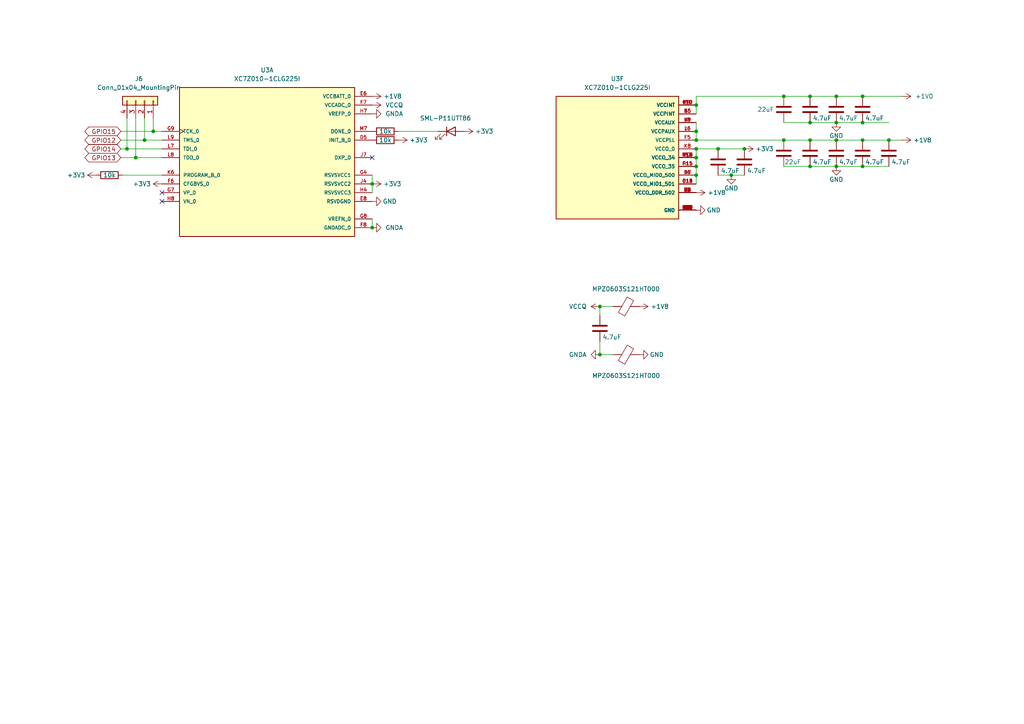
<source format=kicad_sch>
(kicad_sch (version 20231120) (generator "eeschema") (generator_version "8.0")
  (paper "A4")
  (lib_symbols
    (symbol "Connector_Generic_MountingPin:Conn_01x04_MountingPin" (pin_names (offset 1.016) hide)
      (property "Reference" "J6" (at 6.35 -1.6256 90))
      (property "Value" "Conn_01x04_MountingPin" (at 3.81 -1.6256 90))
      (symbol "Conn_01x04_MountingPin_1_1"
        (rectangle (start -1.27 -4.953) (end 0 -5.207) (stroke (width 0.1524)))
        (rectangle (start -1.27 -2.413) (end 0 -2.667) (stroke (width 0.1524)))
        (rectangle (start -1.27 0.127) (end 0 -0.127) (stroke (width 0.1524)))
        (rectangle (start -1.27 2.667) (end 0 2.413) (stroke (width 0.1524)))
        (rectangle (start -1.27 3.81) (end 1.27 -6.35) (stroke (width 0.254)) (fill (type background)))
        (pin passive line (at -5.08 2.54 0) (length 3.81) (name "Pin_1") (number "1"))
        (pin passive line (at -5.08 0 0) (length 3.81) (name "Pin_2") (number "2"))
        (pin passive line (at -5.08 -2.54 0) (length 3.81) (name "Pin_3") (number "3"))
        (pin passive line (at -5.08 -5.08 0) (length 3.81) (name "Pin_4") (number "4"))
      )
    )
    (symbol "Device:C" (pin_numbers hide) (pin_names (offset 0.254))
      (property "Reference" "C" (at 0.635 2.54 0))
      (property "Value" "C" (at 0.635 -2.54 0))
      (symbol "C_0_1"
        (polyline (pts (xy -2.032 -0.762) (xy 2.032 -0.762)) (stroke (width 0.508)))
        (polyline (pts (xy -2.032 0.762) (xy 2.032 0.762)) (stroke (width 0.508)))
      )
      (symbol "C_1_1"
        (pin passive line (at 0 3.81 270) (length 2.794) (name "~") (number "1"))
        (pin passive line (at 0 -3.81 90) (length 2.794) (name "~") (number "2"))
      )
    )
    (symbol "Device:FerriteBead" (pin_numbers hide) (pin_names (offset 0))
      (property "Reference" "FB" (at -3.81 0.635 90))
      (property "Value" "FerriteBead" (at 3.81 0 90))
      (symbol "FerriteBead_0_1"
        (polyline (pts (xy 0 -1.27) (xy 0 -1.2192)))
        (polyline (pts (xy 0 1.27) (xy 0 1.2954)))
        (polyline (pts (xy -2.7686 0.4064) (xy -1.7018 2.2606) (xy 2.7686 -0.3048) (xy 1.6764 -2.159) (xy -2.7686 0.4064)))
      )
      (symbol "FerriteBead_1_1"
        (pin passive line (at 0 3.81 270) (length 2.54) (name "~") (number "1"))
        (pin passive line (at 0 -3.81 90) (length 2.54) (name "~") (number "2"))
      )
    )
    (symbol "Device:LED" (pin_numbers hide) (pin_names (offset 1.016) hide)
      (property "Reference" "D" (at 0 2.54 0))
      (property "Value" "LED" (at 0 -2.54 0))
      (symbol "LED_0_1"
        (polyline (pts (xy -1.27 -1.27) (xy -1.27 1.27)) (stroke (width 0.254)))
        (polyline (pts (xy -1.27 0) (xy 1.27 0)))
        (polyline (pts (xy 1.27 -1.27) (xy 1.27 1.27) (xy -1.27 0) (xy 1.27 -1.27)) (stroke (width 0.254)))
        (polyline (pts (xy -3.048 -0.762) (xy -4.572 -2.286) (xy -3.81 -2.286) (xy -4.572 -2.286) (xy -4.572 -1.524)))
        (polyline (pts (xy -1.778 -0.762) (xy -3.302 -2.286) (xy -2.54 -2.286) (xy -3.302 -2.286) (xy -3.302 -1.524)))
      )
      (symbol "LED_1_1"
        (pin passive line (at -3.81 0 0) (length 2.54) (name "K") (number "1"))
        (pin passive line (at 3.81 0 180) (length 2.54) (name "A") (number "2"))
      )
    )
    (symbol "Device:R" (pin_numbers hide) (pin_names (offset 0))
      (property "Reference" "R" (at 2.032 0 90))
      (property "Value" "R" (at 0 0 90))
      (symbol "R_0_1"
        (rectangle (start -1.016 -2.54) (end 1.016 2.54) (stroke (width 0.254)))
      )
      (symbol "R_1_1"
        (pin passive line (at 0 3.81 270) (length 1.27) (name "~") (number "1"))
        (pin passive line (at 0 -3.81 90) (length 1.27) (name "~") (number "2"))
      )
    )
    (symbol "ESP32-PRO_Rev_B1:GND" (power) (pin_names (offset 0))
      (property "Value" "GND" (at 0 -3.81 0))
      (symbol "GND_0_1"
        (polyline (pts (xy 0 0) (xy 0 -1.27) (xy 1.27 -1.27) (xy 0 -2.54) (xy -1.27 -1.27) (xy 0 -1.27)))
      )
      (symbol "GND_1_1"
        (pin power_in line (at 0 0 270) (length 0) hide (name "GND") (number "1"))
      )
    )
    (symbol "Personal:XC7Z010-1CLG225I" (pin_names (offset 1.016))
      (property "Reference" "U" (at -25.5456 24.8201 0))
      (property "Value" "XC7Z010-1CLG225I" (at -25.5473 -24.1252 0))
      (symbol "XC7Z010-1CLG225I_1_0"
        (rectangle (start -25.4 -20.32) (end 25.4 22.86) (stroke (width 0.254)) (fill (type background)))
        (pin bidirectional line (at 30.48 7.62 180) (length 5.08) (name "INIT_B_0") (number "D5"))
        (pin power_in line (at 30.48 20.32 180) (length 5.08) (name "VCCBATT_0") (number "E6"))
        (pin passive line (at 30.48 -10.16 180) (length 5.08) (name "RSVDGND") (number "E8"))
        (pin input line (at -30.48 -5.08 0) (length 5.08) (name "CFGBVS_0") (number "F6"))
        (pin power_in line (at 30.48 17.78 180) (length 5.08) (name "VCCADC_0") (number "F7"))
        (pin power_in line (at 30.48 -17.78 180) (length 5.08) (name "GNDADC_0") (number "F8"))
        (pin passive line (at 30.48 -2.54 180) (length 5.08) (name "RSVSVCC1") (number "G4"))
        (pin input line (at -30.48 -7.62 0) (length 5.08) (name "VP_0") (number "G7"))
        (pin power_in line (at 30.48 -15.24 180) (length 5.08) (name "VREFN_0") (number "G8"))
        (pin input clock (at -30.48 10.16 0) (length 5.08) (name "TCK_0") (number "G9"))
        (pin passive line (at 30.48 -7.62 180) (length 5.08) (name "RSVSVCC3") (number "H4"))
        (pin power_in line (at 30.48 15.24 180) (length 5.08) (name "VREFP_0") (number "H7"))
        (pin input line (at -30.48 -10.16 0) (length 5.08) (name "VN_0") (number "H8"))
        (pin passive line (at 30.48 -5.08 180) (length 5.08) (name "RSVSVCC2") (number "J4"))
        (pin output line (at 30.48 2.54 180) (length 5.08) (name "DXP_0") (number "J7"))
        (pin input line (at -30.48 -2.54 0) (length 5.08) (name "PROGRAM_B_0") (number "K6"))
        (pin input line (at -30.48 5.08 0) (length 5.08) (name "TDI_0") (number "L7"))
        (pin output line (at -30.48 2.54 0) (length 5.08) (name "TDO_0") (number "L8"))
        (pin input line (at -30.48 7.62 0) (length 5.08) (name "TMS_0") (number "L9"))
        (pin bidirectional line (at 30.48 10.16 180) (length 5.08) (name "DONE_0") (number "M7"))
      )
      (symbol "XC7Z010-1CLG225I_2_0"
        (rectangle (start -27.94 -30.48) (end 27.94 33.02) (stroke (width 0.254)) (fill (type background)))
        (pin bidirectional line (at -33.02 30.48 0) (length 5.08) (name "IO_L1P_T0_34") (number "G11"))
        (pin bidirectional line (at -33.02 25.4 0) (length 5.08) (name "IO_L2P_T0_34") (number "G12"))
        (pin bidirectional line (at -33.02 20.32 0) (length 5.08) (name "IO_L3P_T0_DQS_PUDC_B_34") (number "G14"))
        (pin bidirectional line (at -33.02 5.08 0) (length 5.08) (name "IO_L6P_T0_34") (number "H11"))
        (pin bidirectional line (at -33.02 27.94 0) (length 5.08) (name "IO_L1N_T0_34") (number "H12"))
        (pin bidirectional line (at -33.02 22.86 0) (length 5.08) (name "IO_L2N_T0_34") (number "H13"))
        (pin bidirectional line (at -33.02 17.78 0) (length 5.08) (name "IO_L3N_T0_DQS_34") (number "H14"))
        (pin bidirectional line (at -33.02 2.54 0) (length 5.08) (name "IO_L6N_T0_VREF_34") (number "J11"))
        (pin bidirectional line (at -33.02 10.16 0) (length 5.08) (name "IO_L5P_T0_34") (number "J13"))
        (pin bidirectional line (at -33.02 7.62 0) (length 5.08) (name "IO_L5N_T0_34") (number "J14"))
        (pin bidirectional line (at -33.02 15.24 0) (length 5.08) (name "IO_L4P_T0_34") (number "J15"))
        (pin bidirectional line (at -33.02 -20.32 0) (length 5.08) (name "IO_L11P_T1_SRCC_34") (number "K11"))
        (pin bidirectional line (at -33.02 -22.86 0) (length 5.08) (name "IO_L11N_T1_SRCC_34") (number "K12"))
        (pin bidirectional line (at -33.02 -15.24 0) (length 5.08) (name "IO_L10P_T1_34") (number "K13"))
        (pin bidirectional line (at -33.02 12.7 0) (length 5.08) (name "IO_L4N_T0_34") (number "K15"))
        (pin bidirectional line (at -33.02 -25.4 0) (length 5.08) (name "IO_L12P_T1_MRCC_34") (number "L12"))
        (pin bidirectional line (at -33.02 -17.78 0) (length 5.08) (name "IO_L10N_T1_34") (number "L13"))
        (pin bidirectional line (at -33.02 -10.16 0) (length 5.08) (name "IO_L9P_T1_DQS_34") (number "L14"))
        (pin bidirectional line (at -33.02 -5.08 0) (length 5.08) (name "IO_L8P_T1_34") (number "L15"))
        (pin bidirectional line (at 33.02 -5.08 180) (length 5.08) (name "IO_L21P_T3_DQS_34") (number "M10"))
        (pin bidirectional line (at 33.02 -7.62 180) (length 5.08) (name "IO_L21N_T3_DQS_34") (number "M11"))
        (pin bidirectional line (at -33.02 -27.94 0) (length 5.08) (name "IO_L12N_T1_MRCC_34") (number "M12"))
        (pin bidirectional line (at -33.02 -12.7 0) (length 5.08) (name "IO_L9N_T1_DQS_34") (number "M14"))
        (pin bidirectional line (at -33.02 -7.62 0) (length 5.08) (name "IO_L8N_T1_34") (number "M15"))
        (pin bidirectional line (at 33.02 5.08 180) (length 5.08) (name "IO_L19P_T3_34") (number "M9"))
        (pin bidirectional line (at 33.02 30.48 180) (length 5.08) (name "IO_L13P_T2_MRCC_34") (number "N11"))
        (pin bidirectional line (at 33.02 27.94 180) (length 5.08) (name "IO_L13N_T2_MRCC_34") (number "N12"))
        (pin bidirectional line (at -33.02 0 0) (length 5.08) (name "IO_L7P_T1_34") (number "N13"))
        (pin bidirectional line (at -33.02 -2.54 0) (length 5.08) (name "IO_L7N_T1_34") (number "N14"))
        (pin bidirectional line (at 33.02 -10.16 180) (length 5.08) (name "IO_L22P_T3_34") (number "N7"))
        (pin bidirectional line (at 33.02 -12.7 180) (length 5.08) (name "IO_L22N_T3_34") (number "N8"))
        (pin bidirectional line (at 33.02 2.54 180) (length 5.08) (name "IO_L19N_T3_VREF_34") (number "N9"))
        (pin bidirectional line (at 33.02 -20.32 180) (length 5.08) (name "IO_L24P_T3_34") (number "P10"))
        (pin bidirectional line (at 33.02 20.32 180) (length 5.08) (name "IO_L16P_T2_34") (number "P11"))
        (pin bidirectional line (at 33.02 10.16 180) (length 5.08) (name "IO_L18P_T2_34") (number "P13"))
        (pin bidirectional line (at 33.02 7.62 180) (length 5.08) (name "IO_L18N_T2_34") (number "P14"))
        (pin bidirectional line (at 33.02 25.4 180) (length 5.08) (name "IO_L15P_T2_DQS_34") (number "P15"))
        (pin bidirectional line (at 33.02 -15.24 180) (length 5.08) (name "IO_L23P_T3_34") (number "P8"))
        (pin bidirectional line (at 33.02 -17.78 180) (length 5.08) (name "IO_L23N_T3_34") (number "P9"))
        (pin bidirectional line (at 33.02 -22.86 180) (length 5.08) (name "IO_L24N_T3_34") (number "R10"))
        (pin bidirectional line (at 33.02 17.78 180) (length 5.08) (name "IO_L16N_T2_34") (number "R11"))
        (pin bidirectional line (at 33.02 15.24 180) (length 5.08) (name "IO_L17P_T2_34") (number "R12"))
        (pin bidirectional line (at 33.02 12.7 180) (length 5.08) (name "IO_L17N_T2_34") (number "R13"))
        (pin bidirectional line (at 33.02 22.86 180) (length 5.08) (name "IO_L15N_T2_DQS_34") (number "R15"))
        (pin bidirectional line (at 33.02 0 180) (length 5.08) (name "IO_L20P_T3_34") (number "R7"))
        (pin bidirectional line (at 33.02 -2.54 180) (length 5.08) (name "IO_L20N_T3_34") (number "R8"))
      )
      (symbol "XC7Z010-1CLG225I_3_0"
        (rectangle (start -22.86 -10.16) (end 22.86 12.7) (stroke (width 0.254)) (fill (type background)))
        (pin bidirectional line (at -27.94 5.08 0) (length 5.08) (name "IO_L2P_T0_AD8P_35") (number "E11"))
        (pin bidirectional line (at -27.94 2.54 0) (length 5.08) (name "IO_L2N_T0_AD8N_35") (number "E12"))
        (pin bidirectional line (at -27.94 7.62 0) (length 5.08) (name "IO_L1N_T0_AD0N_35") (number "E13"))
        (pin bidirectional line (at -27.94 10.16 0) (length 5.08) (name "IO_L1P_T0_AD0P_35") (number "F12"))
        (pin bidirectional line (at -27.94 0 0) (length 5.08) (name "IO_L3P_T0_DQS_AD1P_35") (number "F13"))
        (pin bidirectional line (at -27.94 -2.54 0) (length 5.08) (name "IO_L3N_T0_DQS_AD1N_35") (number "F14"))
        (pin bidirectional line (at -27.94 -7.62 0) (length 5.08) (name "IO_L5N_T0_AD9N_35") (number "F15"))
        (pin bidirectional line (at -27.94 -5.08 0) (length 5.08) (name "IO_L5P_T0_AD9P_35") (number "G15"))
      )
      (symbol "XC7Z010-1CLG225I_4_0"
        (rectangle (start -22.86 -25.4) (end 22.86 25.4) (stroke (width 0.254)) (fill (type background)))
        (pin bidirectional line (at -27.94 0 0) (length 5.08) (name "PS_MIO6_500") (number "A10"))
        (pin bidirectional line (at 27.94 -20.32 180) (length 5.08) (name "PS_MIO52_501") (number "A12"))
        (pin bidirectional line (at 27.94 -10.16 180) (length 5.08) (name "PS_MIO38_501") (number "A13"))
        (pin bidirectional line (at 27.94 -2.54 180) (length 5.08) (name "PS_MIO35_501") (number "A14"))
        (pin bidirectional line (at 27.94 15.24 180) (length 5.08) (name "PS_MIO28_501") (number "A15"))
        (pin bidirectional line (at -27.94 12.7 0) (length 5.08) (name "PS_MIO1_500") (number "A5"))
        (pin bidirectional line (at -27.94 7.62 0) (length 5.08) (name "PS_MIO3_500") (number "A7"))
        (pin bidirectional line (at -27.94 10.16 0) (length 5.08) (name "PS_MIO2_500") (number "A8"))
        (pin bidirectional line (at -27.94 2.54 0) (length 5.08) (name "PS_MIO5_500") (number "A9"))
        (pin bidirectional line (at -27.94 -12.7 0) (length 5.08) (name "PS_MIO11_500") (number "B10"))
        (pin input line (at 27.94 20.32 180) (length 5.08) (name "PS_SRST_B_501") (number "B11"))
        (pin bidirectional line (at 27.94 -15.24 180) (length 5.08) (name "PS_MIO48_501") (number "B12"))
        (pin bidirectional line (at 27.94 -5.08 180) (length 5.08) (name "PS_MIO36_501") (number "B14"))
        (pin bidirectional line (at 27.94 10.16 180) (length 5.08) (name "PS_MIO30_501") (number "B15"))
        (pin bidirectional line (at -27.94 -7.62 0) (length 5.08) (name "PS_MIO9_500") (number "B5"))
        (pin bidirectional line (at -27.94 -5.08 0) (length 5.08) (name "PS_MIO8_500") (number "B6"))
        (pin bidirectional line (at -27.94 -15.24 0) (length 5.08) (name "PS_MIO12_500") (number "B7"))
        (pin bidirectional line (at -27.94 -20.32 0) (length 5.08) (name "PS_MIO14_500") (number "B9"))
        (pin bidirectional line (at 27.94 2.54 180) (length 5.08) (name "PS_MIO33_501") (number "C11"))
        (pin bidirectional line (at 27.94 7.62 180) (length 5.08) (name "PS_MIO31_501") (number "C12"))
        (pin bidirectional line (at 27.94 -22.86 180) (length 5.08) (name "PS_MIO53_501") (number "C13"))
        (pin bidirectional line (at 27.94 -7.62 180) (length 5.08) (name "PS_MIO37_501") (number "C14"))
        (pin bidirectional line (at -27.94 -17.78 0) (length 5.08) (name "PS_MIO13_500") (number "C6"))
        (pin input clock (at -27.94 22.86 0) (length 5.08) (name "PS_CLK_500") (number "C7"))
        (pin bidirectional line (at -27.94 5.08 0) (length 5.08) (name "PS_MIO4_500") (number "C8"))
        (pin input line (at -27.94 20.32 0) (length 5.08) (name "PS_POR_B_500") (number "C9"))
        (pin bidirectional line (at -27.94 -22.86 0) (length 5.08) (name "PS_MIO15_500") (number "D10"))
        (pin bidirectional line (at 27.94 12.7 180) (length 5.08) (name "PS_MIO29_501") (number "D11"))
        (pin bidirectional line (at 27.94 -17.78 180) (length 5.08) (name "PS_MIO49_501") (number "D13"))
        (pin bidirectional line (at 27.94 -12.7 180) (length 5.08) (name "PS_MIO39_501") (number "D14"))
        (pin bidirectional line (at 27.94 0 180) (length 5.08) (name "PS_MIO34_501") (number "D15"))
        (pin bidirectional line (at -27.94 -10.16 0) (length 5.08) (name "PS_MIO10_500") (number "D6"))
        (pin bidirectional line (at -27.94 15.24 0) (length 5.08) (name "PS_MIO0_500") (number "D8"))
        (pin bidirectional line (at -27.94 -2.54 0) (length 5.08) (name "PS_MIO7_500") (number "D9"))
        (pin bidirectional line (at 27.94 5.08 180) (length 5.08) (name "PS_MIO32_501") (number "E15"))
      )
      (symbol "XC7Z010-1CLG225I_5_0"
        (rectangle (start -27.94 -43.18) (end 27.94 43.18) (stroke (width 0.254)) (fill (type background)))
        (pin bidirectional line (at -33.02 38.1 0) (length 5.08) (name "PS_DDR_DQ1_502") (number "A2"))
        (pin bidirectional line (at -33.02 22.86 0) (length 5.08) (name "PS_DDR_DQ7_502") (number "A3"))
        (pin bidirectional line (at -33.02 27.94 0) (length 5.08) (name "PS_DDR_DQ5_502") (number "A4"))
        (pin output line (at 33.02 -2.54 180) (length 5.08) (name "PS_DDR_DM0_502") (number "B1"))
        (pin bidirectional line (at -33.02 -2.54 0) (length 5.08) (name "PS_DDR_DQS_N0_502") (number "B2"))
        (pin bidirectional line (at -33.02 30.48 0) (length 5.08) (name "PS_DDR_DQ4_502") (number "B4"))
        (pin bidirectional line (at -33.02 33.02 0) (length 5.08) (name "PS_DDR_DQ3_502") (number "C1"))
        (pin bidirectional line (at -33.02 0 0) (length 5.08) (name "PS_DDR_DQS_P0_502") (number "C2"))
        (pin bidirectional line (at -33.02 25.4 0) (length 5.08) (name "PS_DDR_DQ6_502") (number "C3"))
        (pin bidirectional line (at -33.02 35.56 0) (length 5.08) (name "PS_DDR_DQ2_502") (number "C4"))
        (pin bidirectional line (at -33.02 17.78 0) (length 5.08) (name "PS_DDR_DQ9_502") (number "D1"))
        (pin output line (at 33.02 -5.08 180) (length 5.08) (name "PS_DDR_DM1_502") (number "D3"))
        (pin bidirectional line (at -33.02 40.64 0) (length 5.08) (name "PS_DDR_DQ0_502") (number "D4"))
        (pin bidirectional line (at -33.02 20.32 0) (length 5.08) (name "PS_DDR_DQ8_502") (number "E1"))
        (pin bidirectional line (at -33.02 15.24 0) (length 5.08) (name "PS_DDR_DQ10_502") (number "E2"))
        (pin bidirectional line (at -33.02 12.7 0) (length 5.08) (name "PS_DDR_DQ11_502") (number "E3"))
        (pin bidirectional line (at -33.02 -7.62 0) (length 5.08) (name "PS_DDR_DQS_N1_502") (number "F2"))
        (pin bidirectional line (at -33.02 10.16 0) (length 5.08) (name "PS_DDR_DQ12_502") (number "F3"))
        (pin power_in line (at 33.02 40.64 180) (length 5.08) (name "PS_DDR_VREF0_502") (number "F4"))
        (pin bidirectional line (at -33.02 7.62 0) (length 5.08) (name "PS_DDR_DQ13_502") (number "G1"))
        (pin bidirectional line (at -33.02 -5.08 0) (length 5.08) (name "PS_DDR_DQS_P1_502") (number "G2"))
        (pin bidirectional line (at -33.02 5.08 0) (length 5.08) (name "PS_DDR_DQ14_502") (number "H1"))
        (pin bidirectional line (at -33.02 2.54 0) (length 5.08) (name "PS_DDR_DQ15_502") (number "H2"))
        (pin output line (at 33.02 -38.1 180) (length 5.08) (name "PS_DDR_VRP_502") (number "H3"))
        (pin output line (at 33.02 10.16 180) (length 5.08) (name "PS_DDR_A10_502") (number "J1"))
        (pin output line (at 33.02 -40.64 180) (length 5.08) (name "PS_DDR_VRN_502") (number "J3"))
        (pin output line (at 33.02 0 180) (length 5.08) (name "PS_DDR_A14_502") (number "K1"))
        (pin output line (at 33.02 2.54 180) (length 5.08) (name "PS_DDR_A13_502") (number "K2"))
        (pin output line (at 33.02 -25.4 180) (length 5.08) (name "PS_DDR_ODT_502") (number "K3"))
        (pin output line (at 33.02 7.62 180) (length 5.08) (name "PS_DDR_A11_502") (number "L2"))
        (pin output line (at 33.02 -20.32 180) (length 5.08) (name "PS_DDR_CKE_502") (number "L3"))
        (pin output line (at 33.02 -22.86 180) (length 5.08) (name "PS_DDR_DRST_B_502") (number "L4"))
        (pin output line (at 33.02 30.48 180) (length 5.08) (name "PS_DDR_A2_502") (number "M1"))
        (pin output line (at 33.02 5.08 180) (length 5.08) (name "PS_DDR_A12_502") (number "M2"))
        (pin output line (at 33.02 27.94 180) (length 5.08) (name "PS_DDR_A3_502") (number "M4"))
        (pin output line (at 33.02 17.78 180) (length 5.08) (name "PS_DDR_A7_502") (number "M5"))
        (pin output line (at 33.02 -7.62 180) (length 5.08) (name "PS_DDR_BA0_502") (number "M6"))
        (pin output line (at 33.02 33.02 180) (length 5.08) (name "PS_DDR_A1_502") (number "N1"))
        (pin output clock (at 33.02 -17.78 180) (length 5.08) (name "PS_DDR_CKN_502") (number "N2"))
        (pin output clock (at 33.02 -15.24 180) (length 5.08) (name "PS_DDR_CKP_502") (number "N3"))
        (pin output line (at 33.02 12.7 180) (length 5.08) (name "PS_DDR_A9_502") (number "N4"))
        (pin output line (at 33.02 -12.7 180) (length 5.08) (name "PS_DDR_BA2_502") (number "N6"))
        (pin output line (at 33.02 35.56 180) (length 5.08) (name "PS_DDR_A0_502") (number "P1"))
        (pin output line (at 33.02 25.4 180) (length 5.08) (name "PS_DDR_A4_502") (number "P3"))
        (pin output line (at 33.02 22.86 180) (length 5.08) (name "PS_DDR_A5_502") (number "P4"))
        (pin output line (at 33.02 20.32 180) (length 5.08) (name "PS_DDR_A6_502") (number "P5"))
        (pin output line (at 33.02 15.24 180) (length 5.08) (name "PS_DDR_A8_502") (number "P6"))
        (pin output line (at 33.02 -10.16 180) (length 5.08) (name "PS_DDR_BA1_502") (number "R1"))
        (pin output line (at 33.02 -27.94 180) (length 5.08) (name "PS_DDR_CS_B_502") (number "R2"))
        (pin output line (at 33.02 -30.48 180) (length 5.08) (name "PS_DDR_WE_B_502") (number "R3"))
        (pin output line (at 33.02 -33.02 180) (length 5.08) (name "PS_DDR_CAS_B_502") (number "R5"))
        (pin output line (at 33.02 -35.56 180) (length 5.08) (name "PS_DDR_RAS_B_502") (number "R6"))
      )
      (symbol "XC7Z010-1CLG225I_6_0"
        (rectangle (start -17.78 -17.78) (end 17.78 17.78) (stroke (width 0.254)) (fill (type background)))
        (pin power_in line (at 22.86 -15.24 180) (length 5.08) (name "GND") (number "A1"))
        (pin power_in line (at 22.86 -15.24 180) (length 5.08) (name "GND") (number "A11"))
        (pin power_in line (at 22.86 -5.08 180) (length 5.08) (name "VCCO_MIO0_500") (number "A6"))
        (pin power_in line (at 22.86 -7.62 180) (length 5.08) (name "VCCO_MIO1_501") (number "B13"))
        (pin power_in line (at 22.86 -10.16 180) (length 5.08) (name "VCCO_DDR_502") (number "B3"))
        (pin power_in line (at 22.86 -15.24 180) (length 5.08) (name "GND") (number "B8"))
        (pin power_in line (at 22.86 -7.62 180) (length 5.08) (name "VCCO_MIO1_501") (number "C10"))
        (pin power_in line (at 22.86 -15.24 180) (length 5.08) (name "GND") (number "C15"))
        (pin power_in line (at 22.86 -15.24 180) (length 5.08) (name "GND") (number "C5"))
        (pin power_in line (at 22.86 -15.24 180) (length 5.08) (name "GND") (number "D12"))
        (pin power_in line (at 22.86 -15.24 180) (length 5.08) (name "GND") (number "D2"))
        (pin power_in line (at 22.86 -5.08 180) (length 5.08) (name "VCCO_MIO0_500") (number "D7"))
        (pin power_in line (at 22.86 15.24 180) (length 5.08) (name "VCCINT") (number "E10"))
        (pin power_in line (at 22.86 -7.62 180) (length 5.08) (name "VCCO_MIO1_501") (number "E14"))
        (pin power_in line (at 22.86 -10.16 180) (length 5.08) (name "VCCO_DDR_502") (number "E4"))
        (pin power_in line (at 22.86 -15.24 180) (length 5.08) (name "GND") (number "E5"))
        (pin power_in line (at 22.86 -15.24 180) (length 5.08) (name "GND") (number "E7"))
        (pin power_in line (at 22.86 -15.24 180) (length 5.08) (name "GND") (number "E9"))
        (pin power_in line (at 22.86 -10.16 180) (length 5.08) (name "VCCO_DDR_502") (number "F1"))
        (pin power_in line (at 22.86 -15.24 180) (length 5.08) (name "GND") (number "F10"))
        (pin power_in line (at 22.86 -2.54 180) (length 5.08) (name "VCCO_35") (number "F11"))
        (pin power_in line (at 22.86 5.08 180) (length 5.08) (name "VCCPLL") (number "F5"))
        (pin power_in line (at 22.86 15.24 180) (length 5.08) (name "VCCINT") (number "F9"))
        (pin power_in line (at 22.86 15.24 180) (length 5.08) (name "VCCINT") (number "G10"))
        (pin power_in line (at 22.86 -15.24 180) (length 5.08) (name "GND") (number "G13"))
        (pin power_in line (at 22.86 -15.24 180) (length 5.08) (name "GND") (number "G3"))
        (pin power_in line (at 22.86 -15.24 180) (length 5.08) (name "GND") (number "G5"))
        (pin power_in line (at 22.86 12.7 180) (length 5.08) (name "VCCPINT") (number "G6"))
        (pin power_in line (at 22.86 -15.24 180) (length 5.08) (name "GND") (number "H10"))
        (pin power_in line (at 22.86 -2.54 180) (length 5.08) (name "VCCO_35") (number "H15"))
        (pin power_in line (at 22.86 12.7 180) (length 5.08) (name "VCCPINT") (number "H5"))
        (pin power_in line (at 22.86 -15.24 180) (length 5.08) (name "GND") (number "H6"))
        (pin power_in line (at 22.86 10.16 180) (length 5.08) (name "VCCAUX") (number "H9"))
        (pin power_in line (at 22.86 15.24 180) (length 5.08) (name "VCCINT") (number "J10"))
        (pin power_in line (at 22.86 0 180) (length 5.08) (name "VCCO_34") (number "J12"))
        (pin power_in line (at 22.86 -10.16 180) (length 5.08) (name "VCCO_DDR_502") (number "J2"))
        (pin power_in line (at 22.86 -15.24 180) (length 5.08) (name "GND") (number "J5"))
        (pin power_in line (at 22.86 7.62 180) (length 5.08) (name "VCCPAUX") (number "J6"))
        (pin power_in line (at 22.86 10.16 180) (length 5.08) (name "VCCAUX") (number "J8"))
        (pin power_in line (at 22.86 -15.24 180) (length 5.08) (name "GND") (number "J9"))
        (pin power_in line (at 22.86 -15.24 180) (length 5.08) (name "GND") (number "K10"))
        (pin power_in line (at 22.86 -15.24 180) (length 5.08) (name "GND") (number "K14"))
        (pin power_in line (at 22.86 -15.24 180) (length 5.08) (name "GND") (number "K4"))
        (pin power_in line (at 22.86 12.7 180) (length 5.08) (name "VCCPINT") (number "K5"))
        (pin power_in line (at 22.86 -15.24 180) (length 5.08) (name "GND") (number "K7"))
        (pin power_in line (at 22.86 2.54 180) (length 5.08) (name "VCCO_0") (number "K8"))
        (pin power_in line (at 22.86 10.16 180) (length 5.08) (name "VCCAUX") (number "K9"))
        (pin power_in line (at 22.86 -15.24 180) (length 5.08) (name "GND") (number "L1"))
        (pin power_in line (at 22.86 15.24 180) (length 5.08) (name "VCCINT") (number "L10"))
        (pin power_in line (at 22.86 -15.24 180) (length 5.08) (name "GND") (number "L11"))
        (pin power_in line (at 22.86 -15.24 180) (length 5.08) (name "GND") (number "L5"))
        (pin power_in line (at 22.86 7.62 180) (length 5.08) (name "VCCPAUX") (number "L6"))
        (pin power_in line (at 22.86 0 180) (length 5.08) (name "VCCO_34") (number "M13"))
        (pin power_in line (at 22.86 -10.16 180) (length 5.08) (name "VCCO_DDR_502") (number "M3"))
        (pin power_in line (at 22.86 -15.24 180) (length 5.08) (name "GND") (number "M8"))
        (pin power_in line (at 22.86 0 180) (length 5.08) (name "VCCO_34") (number "N10"))
        (pin power_in line (at 22.86 -15.24 180) (length 5.08) (name "GND") (number "N15"))
        (pin power_in line (at 22.86 -15.24 180) (length 5.08) (name "GND") (number "N5"))
        (pin power_in line (at 22.86 -15.24 180) (length 5.08) (name "GND") (number "P12"))
        (pin power_in line (at 22.86 -15.24 180) (length 5.08) (name "GND") (number "P2"))
        (pin power_in line (at 22.86 0 180) (length 5.08) (name "VCCO_34") (number "P7"))
        (pin power_in line (at 22.86 0 180) (length 5.08) (name "VCCO_34") (number "R14"))
        (pin power_in line (at 22.86 -10.16 180) (length 5.08) (name "VCCO_DDR_502") (number "R4"))
        (pin power_in line (at 22.86 -15.24 180) (length 5.08) (name "GND") (number "R9"))
      )
    )
    (symbol "power:+1V0" (power) (pin_numbers hide) (pin_names (offset 0) hide)
      (property "Value" "+1V0" (at 0 3.556 0))
      (symbol "+1V0_0_1"
        (polyline (pts (xy -0.762 1.27) (xy 0 2.54)))
        (polyline (pts (xy 0 0) (xy 0 2.54)))
        (polyline (pts (xy 0 2.54) (xy 0.762 1.27)))
      )
      (symbol "+1V0_1_1"
        (pin power_in line (at 0 0 90) (length 0) (name "~") (number "1"))
      )
    )
    (symbol "power:+1V8" (power) (pin_numbers hide) (pin_names (offset 0) hide)
      (property "Value" "+1V8" (at 0 3.556 0))
      (symbol "+1V8_0_1"
        (polyline (pts (xy -0.762 1.27) (xy 0 2.54)))
        (polyline (pts (xy 0 0) (xy 0 2.54)))
        (polyline (pts (xy 0 2.54) (xy 0.762 1.27)))
      )
      (symbol "+1V8_1_1"
        (pin power_in line (at 0 0 90) (length 0) (name "~") (number "1"))
      )
    )
    (symbol "power:+3V3" (power) (pin_names (offset 0))
      (property "Value" "+3V3" (at 0 3.556 0))
      (symbol "+3V3_0_1"
        (polyline (pts (xy -0.762 1.27) (xy 0 2.54)))
        (polyline (pts (xy 0 0) (xy 0 2.54)))
        (polyline (pts (xy 0 2.54) (xy 0.762 1.27)))
      )
      (symbol "+3V3_1_1"
        (pin power_in line (at 0 0 90) (length 0) hide (name "+3V3") (number "1"))
      )
    )
    (symbol "power:GNDA" (power) (pin_numbers hide) (pin_names (offset 0) hide)
      (property "Value" "GNDA" (at 0 -3.81 0))
      (symbol "GNDA_0_1"
        (polyline (pts (xy 0 0) (xy 0 -1.27) (xy 1.27 -1.27) (xy 0 -2.54) (xy -1.27 -1.27) (xy 0 -1.27)))
      )
      (symbol "GNDA_1_1"
        (pin power_in line (at 0 0 270) (length 0) (name "~") (number "1"))
      )
    )
    (symbol "power:VCCQ" (power) (pin_numbers hide) (pin_names (offset 0) hide)
      (property "Value" "VCCQ" (at 0 3.556 0))
      (symbol "VCCQ_0_1"
        (polyline (pts (xy -0.762 1.27) (xy 0 2.54)))
        (polyline (pts (xy 0 0) (xy 0 2.54)))
        (polyline (pts (xy 0 2.54) (xy 0.762 1.27)))
      )
      (symbol "VCCQ_1_1"
        (pin power_in line (at 0 0 90) (length 0) (name "~") (number "1"))
      )
    )
  )
  (junction (at 173.99 102.87))
  (junction (at 212.09 50.8))
  (junction (at 250.19 27.94))
  (junction (at 201.93 30.48))
  (junction (at 234.95 27.94))
  (junction (at 201.93 50.8))
  (junction (at 227.33 27.94))
  (junction (at 257.81 40.64))
  (junction (at 234.95 48.26))
  (junction (at 41.91 40.64))
  (junction (at 242.57 35.56))
  (junction (at 201.93 38.1))
  (junction (at 234.95 35.56))
  (junction (at 201.93 48.26))
  (junction (at 242.57 40.64))
  (junction (at 250.19 40.64))
  (junction (at 227.33 40.64))
  (junction (at 201.93 45.72))
  (junction (at 208.28 43.18))
  (junction (at 173.99 88.9))
  (junction (at 250.19 35.56))
  (junction (at 215.9 43.18))
  (junction (at 36.83 43.18))
  (junction (at 107.95 66.04))
  (junction (at 201.93 40.64))
  (junction (at 44.45 38.1))
  (junction (at 242.57 48.26))
  (junction (at 39.37 45.72))
  (junction (at 234.95 40.64))
  (junction (at 250.19 48.26))
  (junction (at 201.93 43.18))
  (junction (at 242.57 27.94))
  (junction (at 107.95 53.34))
  (no_connect (at 46.99 55.88))
  (no_connect (at 46.99 58.42))
  (no_connect (at 107.95 45.72))
  (wire (pts (xy 227.33 35.56) (xy 234.95 35.56)))
  (wire (pts (xy 39.37 34.29) (xy 39.37 45.72)))
  (wire (pts (xy 107.95 63.5) (xy 107.95 66.04)))
  (wire (pts (xy 44.45 34.29) (xy 44.45 38.1)))
  (wire (pts (xy 208.28 43.18) (xy 215.9 43.18)))
  (wire (pts (xy 107.95 53.34) (xy 107.95 55.88)))
  (wire (pts (xy 36.83 43.18) (xy 46.99 43.18)))
  (wire (pts (xy 227.33 27.94) (xy 234.95 27.94)))
  (wire (pts (xy 173.99 91.44) (xy 173.99 88.9)))
  (wire (pts (xy 201.93 27.94) (xy 201.93 30.48)))
  (wire (pts (xy 35.052 43.18) (xy 36.83 43.18)))
  (wire (pts (xy 250.19 40.64) (xy 257.81 40.64)))
  (wire (pts (xy 201.93 30.48) (xy 201.93 33.02)))
  (wire (pts (xy 201.93 43.18) (xy 208.28 43.18)))
  (wire (pts (xy 257.81 40.64) (xy 261.62 40.64)))
  (wire (pts (xy 35.052 38.1) (xy 44.45 38.1)))
  (wire (pts (xy 35.56 50.8) (xy 46.99 50.8)))
  (wire (pts (xy 234.95 27.94) (xy 242.57 27.94)))
  (wire (pts (xy 201.93 27.94) (xy 227.33 27.94)))
  (wire (pts (xy 35.052 45.72) (xy 39.37 45.72)))
  (wire (pts (xy 242.57 27.94) (xy 250.19 27.94)))
  (wire (pts (xy 234.95 48.26) (xy 242.57 48.26)))
  (wire (pts (xy 208.28 50.8) (xy 212.09 50.8)))
  (wire (pts (xy 212.09 50.8) (xy 215.9 50.8)))
  (wire (pts (xy 201.93 50.8) (xy 201.93 53.34)))
  (wire (pts (xy 36.83 34.29) (xy 36.83 43.18)))
  (wire (pts (xy 242.57 35.56) (xy 250.19 35.56)))
  (wire (pts (xy 250.19 48.26) (xy 257.81 48.26)))
  (wire (pts (xy 234.95 35.56) (xy 242.57 35.56)))
  (wire (pts (xy 250.19 27.94) (xy 261.62 27.94)))
  (wire (pts (xy 39.37 45.72) (xy 46.99 45.72)))
  (wire (pts (xy 35.052 40.64) (xy 41.91 40.64)))
  (wire (pts (xy 250.19 35.56) (xy 257.81 35.56)))
  (wire (pts (xy 234.95 40.64) (xy 242.57 40.64)))
  (wire (pts (xy 227.33 48.26) (xy 234.95 48.26)))
  (wire (pts (xy 41.91 40.64) (xy 46.99 40.64)))
  (wire (pts (xy 201.93 45.72) (xy 201.93 48.26)))
  (wire (pts (xy 201.93 40.64) (xy 227.33 40.64)))
  (wire (pts (xy 242.57 40.64) (xy 250.19 40.64)))
  (wire (pts (xy 177.8 102.87) (xy 173.99 102.87)))
  (wire (pts (xy 173.99 102.87) (xy 173.99 99.06)))
  (wire (pts (xy 41.91 34.29) (xy 41.91 40.64)))
  (wire (pts (xy 227.33 40.64) (xy 234.95 40.64)))
  (wire (pts (xy 107.95 50.8) (xy 107.95 53.34)))
  (wire (pts (xy 201.93 35.56) (xy 201.93 38.1)))
  (wire (pts (xy 127 38.1) (xy 115.57 38.1)))
  (wire (pts (xy 44.45 38.1) (xy 46.99 38.1)))
  (wire (pts (xy 173.99 88.9) (xy 177.8 88.9)))
  (wire (pts (xy 201.93 48.26) (xy 201.93 50.8)))
  (wire (pts (xy 201.93 38.1) (xy 201.93 40.64)))
  (wire (pts (xy 242.57 48.26) (xy 250.19 48.26)))
  (wire (pts (xy 201.93 43.18) (xy 201.93 45.72)))
  (global_label "GPIO13" (shape bidirectional) (at 35.052 45.72 180) (property "Intersheetrefs" "${INTERSHEET_REFS}" (effects (hide yes))))
  (global_label "GPIO14" (shape bidirectional) (at 35.052 43.18 180) (property "Intersheetrefs" "${INTERSHEET_REFS}" (effects (hide yes))))
  (global_label "GPIO12" (shape bidirectional) (at 35.052 40.64 180) (property "Intersheetrefs" "${INTERSHEET_REFS}" (effects (hide yes))))
  (global_label "GPIO15" (shape bidirectional) (at 35.052 38.1 180) (property "Intersheetrefs" "${INTERSHEET_REFS}" (effects (hide yes))))
  (symbol (lib_id "Device:C") (at 227.33 44.45 180) (unit 1)
    (property "Reference" "C12" (effects (hide yes)))
    (property "Value" "22uF" (at 232.41 46.99 0) (effects (justify left)))
    (property "Footprint" "Capacitor_SMD:C_0402_1005Metric" (effects (hide yes)))
    (property "Description" "Unpolarized capacitor" (effects (hide yes)))
  )
  (symbol (lib_id "ESP32-PRO_Rev_B1:GND") (at 212.09 50.8 0) (unit 1)
    (property "Reference" "#PWR034" (effects (hide yes)))
    (property "Value" "GND" (at 212.09 54.61 0))
  )
  (symbol (lib_id "power:+1V8") (at 261.62 40.64 270) (unit 1)
    (property "Reference" "#PWR035" (effects (hide yes)))
    (property "Value" "+1V8" (at 264.922 40.64 90) (effects (justify left)))
    (property "Description" "Power symbol creates a global label with name \"+1V8\"" (effects (hide yes)))
  )
  (symbol (lib_id "Device:LED") (at 130.81 38.1 0) (unit 1)
    (property "Reference" "D1" (effects (hide yes)))
    (property "Value" "SML-P11UTT86" (at 129.2225 34.29 0))
    (property "Footprint" "LED_SMD:LED_0402_1005Metric" (effects (hide yes)))
    (property "Description" "Light emitting diode" (effects (hide yes)))
  )
  (symbol (lib_id "Device:R") (at 111.76 40.64 270) (unit 1)
    (property "Reference" "R12" (effects (hide yes)))
    (property "Value" "10k" (at 111.76 40.64 90))
    (property "Footprint" "Capacitor_SMD:C_0402_1005Metric" (effects (hide yes)))
    (property "Description" "Resistor" (effects (hide yes)))
  )
  (symbol (lib_id "Device:C") (at 242.57 31.75 0) (unit 1)
    (property "Reference" "C21" (effects (hide yes)))
    (property "Value" "4.7uF" (at 243.332 34.29 0) (effects (justify left)))
    (property "Footprint" "Capacitor_SMD:C_0402_1005Metric" (effects (hide yes)))
    (property "Description" "Unpolarized capacitor" (effects (hide yes)))
  )
  (symbol (lib_id "ESP32-PRO_Rev_B1:GND") (at 201.93 60.96 90) (unit 1)
    (property "Reference" "#PWR039" (effects (hide yes)))
    (property "Value" "GND" (at 207.01 60.96 90))
  )
  (symbol (lib_id "power:+1V8") (at 201.93 55.88 270) (unit 1)
    (property "Reference" "#PWR038" (effects (hide yes)))
    (property "Value" "+1V8" (at 205.232 55.88 90) (effects (justify left)))
    (property "Description" "Power symbol creates a global label with name \"+1V8\"" (effects (hide yes)))
  )
  (symbol (lib_id "power:+3V3") (at 107.95 53.34 270) (unit 1)
    (property "Reference" "#PWR047" (effects (hide yes)))
    (property "Value" "+3V3" (at 113.792 53.34 90))
  )
  (symbol (lib_id "power:GNDA") (at 107.95 66.04 90) (mirror x) (unit 1)
    (property "Reference" "#PWR044" (effects (hide yes)))
    (property "Value" "GNDA" (at 111.76 66.0399 90) (effects (justify right)))
    (property "Description" "Power symbol creates a global label with name \"GNDA\" , analog ground" (effects (hide yes)))
  )
  (symbol (lib_id "power:+3V3") (at 46.99 53.34 90) (mirror x) (unit 1)
    (property "Reference" "#PWR049" (effects (hide yes)))
    (property "Value" "+3V3" (at 41.148 53.34 90))
  )
  (symbol (lib_id "Device:C") (at 234.95 31.75 0) (unit 1)
    (property "Reference" "C20" (effects (hide yes)))
    (property "Value" "4.7uF" (at 235.712 34.29 0) (effects (justify left)))
    (property "Footprint" "Capacitor_SMD:C_0402_1005Metric" (effects (hide yes)))
    (property "Description" "Unpolarized capacitor" (effects (hide yes)))
  )
  (symbol (lib_id "power:+3V3") (at 134.62 38.1 270) (unit 1)
    (property "Reference" "#PWR052" (effects (hide yes)))
    (property "Value" "+3V3" (at 140.462 38.1 90))
  )
  (symbol (lib_id "Device:R") (at 31.75 50.8 270) (unit 1)
    (property "Reference" "R13" (effects (hide yes)))
    (property "Value" "10k" (at 31.75 50.8 90))
    (property "Footprint" "Capacitor_SMD:C_0402_1005Metric" (effects (hide yes)))
    (property "Description" "Resistor" (effects (hide yes)))
  )
  (symbol (lib_id "ESP32-PRO_Rev_B1:GND") (at 242.57 35.56 0) (unit 1)
    (property "Reference" "#PWR053" (effects (hide yes)))
    (property "Value" "GND" (at 242.57 39.37 0))
  )
  (symbol (lib_id "Device:C") (at 215.9 46.99 0) (unit 1)
    (property "Reference" "C25" (effects (hide yes)))
    (property "Value" "4.7uF" (at 216.662 49.53 0) (effects (justify left)))
    (property "Footprint" "Capacitor_SMD:C_0402_1005Metric" (effects (hide yes)))
    (property "Description" "Unpolarized capacitor" (effects (hide yes)))
  )
  (symbol (lib_id "power:VCCQ") (at 107.95 30.48 270) (unit 1)
    (property "Reference" "#PWR041" (effects (hide yes)))
    (property "Value" "VCCQ" (at 111.76 30.4799 90) (effects (justify left)))
    (property "Description" "Power symbol creates a global label with name \"VCCQ\"" (effects (hide yes)))
  )
  (symbol (lib_id "Device:C") (at 250.19 44.45 0) (unit 1)
    (property "Reference" "C15" (effects (hide yes)))
    (property "Value" "4.7uF" (at 250.952 46.99 0) (effects (justify left)))
    (property "Footprint" "Capacitor_SMD:C_0402_1005Metric" (effects (hide yes)))
    (property "Description" "Unpolarized capacitor" (effects (hide yes)))
  )
  (symbol (lib_id "Personal:XC7Z010-1CLG225I") (at 179.07 45.72 0) (unit 6)
    (property "Reference" "U3" (at 179.07 22.86 0))
    (property "Value" "XC7Z010-1CLG225I" (at 179.07 25.4 0))
    (property "Footprint" "Sync_VT extras:225-LFBGA" (effects (hide yes)))
    (property "MF" "Xilinx Inc." (effects (hide yes)))
    (property "SNAPEDA_PACKAGE_ID" "16134" (effects (hide yes)))
    (property "PACKAGE" "CSPBGA-225 Xilinx" (effects (hide yes)))
    (property "MPN" "XC7Z010-1CLG225I" (effects (hide yes)))
    (property "PRICE" "61.07 USD" (effects (hide yes)))
    (property "Package" "CSPBGA-225 Xilinx" (effects (hide yes)))
    (property "Check_prices" "https://www.snapeda.com/parts/XC7Z010-1CLG225I/Xilinx+Inc./view-part/?ref=eda" (effects (hide yes)))
    (property "STANDARD" "IPC-7351B" (effects (hide yes)))
    (property "PARREV" "1.8" (effects (hide yes)))
    (property "SnapEDA_Link" "https://www.snapeda.com/parts/XC7Z010-1CLG225I/Xilinx+Inc./view-part/?ref=snap" (effects (hide yes)))
    (property "MP" "XC7Z010-1CLG225I" (effects (hide yes)))
    (property "Price" "None" (effects (hide yes)))
    (property "Description_1" "\n                        \n                            Dual ARM® Cortex®-A9 MPCore™ with CoreSight™ System On Chip (SOC) IC Zynq®-7000 Artix™-7 FPGA, 28K Logic Cells   667MHz 225-CSPBGA (13x13)\n                        \n" (effects (hide yes)))
    (property "Availability" "In Stock" (effects (hide yes)))
    (property "AVAILABILITY" "Bad" (effects (hide yes)))
    (property "MANUFACTURER" "Xilinx" (effects (hide yes)))
  )
  (symbol (lib_id "power:GNDA") (at 173.99 102.87 270) (unit 1)
    (property "Reference" "#PWR043" (effects (hide yes)))
    (property "Value" "GNDA" (at 170.18 102.8699 90) (effects (justify right)))
    (property "Description" "Power symbol creates a global label with name \"GNDA\" , analog ground" (effects (hide yes)))
  )
  (symbol (lib_id "power:+3V3") (at 27.94 50.8 90) (mirror x) (unit 1)
    (property "Reference" "#PWR050" (effects (hide yes)))
    (property "Value" "+3V3" (at 22.098 50.8 90))
  )
  (symbol (lib_id "power:+3V3") (at 215.9 43.18 270) (unit 1)
    (property "Reference" "#PWR037" (effects (hide yes)))
    (property "Value" "+3V3" (at 221.742 43.18 90))
  )
  (symbol (lib_id "Device:C") (at 250.19 31.75 0) (unit 1)
    (property "Reference" "C22" (effects (hide yes)))
    (property "Value" "4.7uF" (at 250.952 34.29 0) (effects (justify left)))
    (property "Footprint" "Capacitor_SMD:C_0402_1005Metric" (effects (hide yes)))
    (property "Description" "Unpolarized capacitor" (effects (hide yes)))
  )
  (symbol (lib_id "Connector_Generic_MountingPin:Conn_01x04_MountingPin") (at 41.91 29.21 270) (mirror x) (unit 1)
    (property "Reference" "J6" (at 40.2844 22.86 90))
    (property "Value" "Conn_01x04_MountingPin" (at 40.2844 25.4 90))
    (property "Footprint" "Connector_PinSocket_2.54mm:PinSocket_1x04_P2.54mm_Vertical" (effects (hide yes)))
    (property "Description" "Generic connectable mounting pin connector, single row, 01x04, script generated (kicad-library-utils/schlib/autogen/connector/)" (effects (hide yes)))
  )
  (symbol (lib_id "power:+1V8") (at 185.42 88.9 270) (unit 1)
    (property "Reference" "#PWR036" (effects (hide yes)))
    (property "Value" "+1V8" (at 188.722 88.9 90) (effects (justify left)))
    (property "Description" "Power symbol creates a global label with name \"+1V8\"" (effects (hide yes)))
  )
  (symbol (lib_id "Device:C") (at 173.99 95.25 0) (unit 1)
    (property "Reference" "C18" (effects (hide yes)))
    (property "Value" "4.7uF" (at 174.752 97.79 0) (effects (justify left)))
    (property "Footprint" "Capacitor_SMD:C_0402_1005Metric" (effects (hide yes)))
    (property "Description" "Unpolarized capacitor" (effects (hide yes)))
  )
  (symbol (lib_id "power:+1V0") (at 261.62 27.94 270) (unit 1)
    (property "Reference" "#PWR054" (effects (hide yes)))
    (property "Value" "+1V0" (at 265.43 27.9399 90) (effects (justify left)))
    (property "Description" "Power symbol creates a global label with name \"+1V0\"" (effects (hide yes)))
  )
  (symbol (lib_id "power:VCCQ") (at 173.99 88.9 90) (unit 1)
    (property "Reference" "#PWR042" (effects (hide yes)))
    (property "Value" "VCCQ" (at 170.18 88.8999 90) (effects (justify left)))
    (property "Description" "Power symbol creates a global label with name \"VCCQ\"" (effects (hide yes)))
  )
  (symbol (lib_id "Device:C") (at 234.95 44.45 0) (unit 1)
    (property "Reference" "C14" (effects (hide yes)))
    (property "Value" "4.7uF" (at 235.712 46.99 0) (effects (justify left)))
    (property "Footprint" "Capacitor_SMD:C_0402_1005Metric" (effects (hide yes)))
    (property "Description" "Unpolarized capacitor" (effects (hide yes)))
  )
  (symbol (lib_id "ESP32-PRO_Rev_B1:GND") (at 242.57 48.26 0) (unit 1)
    (property "Reference" "#PWR033" (effects (hide yes)))
    (property "Value" "GND" (at 242.57 52.07 0))
  )
  (symbol (lib_id "Device:C") (at 257.81 44.45 0) (unit 1)
    (property "Reference" "C17" (effects (hide yes)))
    (property "Value" "4.7uF" (at 258.572 46.99 0) (effects (justify left)))
    (property "Footprint" "Capacitor_SMD:C_0402_1005Metric" (effects (hide yes)))
    (property "Description" "Unpolarized capacitor" (effects (hide yes)))
  )
  (symbol (lib_id "power:+1V8") (at 107.95 27.94 270) (unit 1)
    (property "Reference" "#PWR051" (effects (hide yes)))
    (property "Value" "+1V8" (at 111.252 27.94 90) (effects (justify left)))
    (property "Description" "Power symbol creates a global label with name \"+1V8\"" (effects (hide yes)))
  )
  (symbol (lib_id "Device:FerriteBead") (at 181.61 88.9 90) (unit 1)
    (property "Reference" "FB1" (effects (hide yes)))
    (property "Value" "MPZ0603S121HT000" (at 181.5592 83.82 90))
    (property "Footprint" "Capacitor_SMD:C_0201_0603Metric" (effects (hide yes)))
    (property "Description" "Ferrite bead" (effects (hide yes)))
  )
  (symbol (lib_id "power:GNDA") (at 107.95 33.02 90) (mirror x) (unit 1)
    (property "Reference" "#PWR045" (effects (hide yes)))
    (property "Value" "GNDA" (at 111.76 33.0199 90) (effects (justify right)))
    (property "Description" "Power symbol creates a global label with name \"GNDA\" , analog ground" (effects (hide yes)))
  )
  (symbol (lib_id "power:+3V3") (at 115.57 40.64 270) (unit 1)
    (property "Reference" "#PWR048" (effects (hide yes)))
    (property "Value" "+3V3" (at 121.412 40.64 90))
  )
  (symbol (lib_id "ESP32-PRO_Rev_B1:GND") (at 107.95 58.42 90) (unit 1)
    (property "Reference" "#PWR046" (effects (hide yes)))
    (property "Value" "GND" (at 113.03 58.42 90))
  )
  (symbol (lib_id "Device:R") (at 111.76 38.1 270) (unit 1)
    (property "Reference" "R11" (effects (hide yes)))
    (property "Value" "10k" (at 111.76 38.1 90))
    (property "Footprint" "Capacitor_SMD:C_0402_1005Metric" (effects (hide yes)))
    (property "Description" "Resistor" (effects (hide yes)))
  )
  (symbol (lib_id "Device:C") (at 208.28 46.99 0) (unit 1)
    (property "Reference" "C24" (effects (hide yes)))
    (property "Value" "4.7uF" (at 209.042 49.53 0) (effects (justify left)))
    (property "Footprint" "Capacitor_SMD:C_0402_1005Metric" (effects (hide yes)))
    (property "Description" "Unpolarized capacitor" (effects (hide yes)))
  )
  (symbol (lib_id "ESP32-PRO_Rev_B1:GND") (at 185.42 102.87 90) (unit 1)
    (property "Reference" "#PWR040" (effects (hide yes)))
    (property "Value" "GND" (at 190.5 102.87 90))
  )
  (symbol (lib_id "Device:C") (at 242.57 44.45 0) (unit 1)
    (property "Reference" "C16" (effects (hide yes)))
    (property "Value" "4.7uF" (at 243.332 46.99 0) (effects (justify left)))
    (property "Footprint" "Capacitor_SMD:C_0402_1005Metric" (effects (hide yes)))
    (property "Description" "Unpolarized capacitor" (effects (hide yes)))
  )
  (symbol (lib_id "Personal:XC7Z010-1CLG225I") (at 77.47 48.26 0) (unit 1)
    (property "Reference" "U3" (at 77.47 20.32 0))
    (property "Value" "XC7Z010-1CLG225I" (at 77.47 22.86 0))
    (property "Footprint" "Sync_VT extras:225-LFBGA" (effects (hide yes)))
    (property "MF" "Xilinx Inc." (effects (hide yes)))
    (property "SNAPEDA_PACKAGE_ID" "16134" (effects (hide yes)))
    (property "PACKAGE" "CSPBGA-225 Xilinx" (effects (hide yes)))
    (property "MPN" "XC7Z010-1CLG225I" (effects (hide yes)))
    (property "PRICE" "61.07 USD" (effects (hide yes)))
    (property "Package" "CSPBGA-225 Xilinx" (effects (hide yes)))
    (property "Check_prices" "https://www.snapeda.com/parts/XC7Z010-1CLG225I/Xilinx+Inc./view-part/?ref=eda" (effects (hide yes)))
    (property "STANDARD" "IPC-7351B" (effects (hide yes)))
    (property "PARREV" "1.8" (effects (hide yes)))
    (property "SnapEDA_Link" "https://www.snapeda.com/parts/XC7Z010-1CLG225I/Xilinx+Inc./view-part/?ref=snap" (effects (hide yes)))
    (property "MP" "XC7Z010-1CLG225I" (effects (hide yes)))
    (property "Price" "None" (effects (hide yes)))
    (property "Description_1" "\n                        \n                            Dual ARM® Cortex®-A9 MPCore™ with CoreSight™ System On Chip (SOC) IC Zynq®-7000 Artix™-7 FPGA, 28K Logic Cells   667MHz 225-CSPBGA (13x13)\n                        \n" (effects (hide yes)))
    (property "Availability" "In Stock" (effects (hide yes)))
    (property "AVAILABILITY" "Bad" (effects (hide yes)))
    (property "MANUFACTURER" "Xilinx" (effects (hide yes)))
  )
  (symbol (lib_id "Device:FerriteBead") (at 181.61 102.87 90) (unit 1)
    (property "Reference" "FB2" (effects (hide yes)))
    (property "Value" "MPZ0603S121HT000" (at 181.61 108.966 90))
    (property "Footprint" "Capacitor_SMD:C_0201_0603Metric" (effects (hide yes)))
    (property "Description" "Ferrite bead" (effects (hide yes)))
  )
  (symbol (lib_id "Device:C") (at 227.33 31.75 180) (unit 1)
    (property "Reference" "C9" (effects (hide yes)))
    (property "Value" "22uF" (at 224.536 31.75 0) (effects (justify left)))
    (property "Footprint" "Capacitor_SMD:C_0402_1005Metric" (effects (hide yes)))
    (property "Description" "Unpolarized capacitor" (effects (hide yes)))
  )
)
</source>
